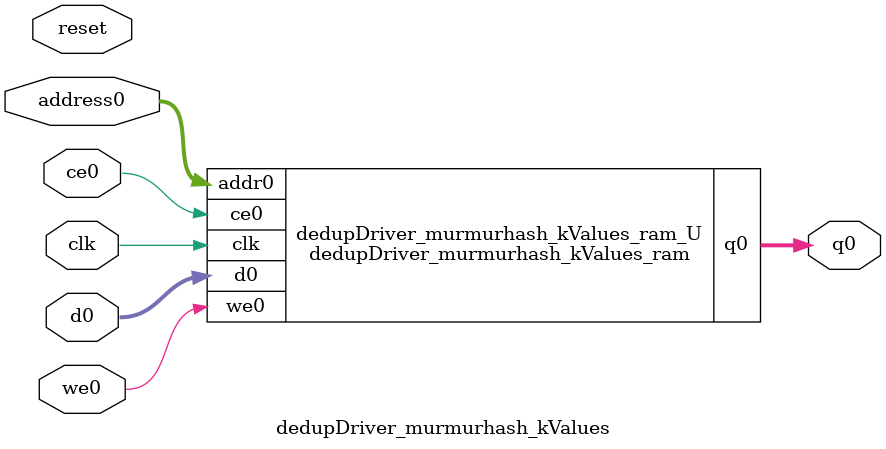
<source format=v>

`timescale 1 ns / 1 ps
module dedupDriver_murmurhash_kValues_ram (addr0, ce0, d0, we0, q0,  clk);

parameter DWIDTH = 32;
parameter AWIDTH = 11;
parameter MEM_SIZE = 2048;

input[AWIDTH-1:0] addr0;
input ce0;
input[DWIDTH-1:0] d0;
input we0;
output reg[DWIDTH-1:0] q0;
input clk;

(* ram_style = "block" *)reg [DWIDTH-1:0] ram[MEM_SIZE-1:0];




always @(posedge clk)  
begin 
    if (ce0) 
    begin
        if (we0) 
        begin 
            ram[addr0] <= d0; 
            q0 <= d0;
        end 
        else 
            q0 <= ram[addr0];
    end
end


endmodule


`timescale 1 ns / 1 ps
module dedupDriver_murmurhash_kValues(
    reset,
    clk,
    address0,
    ce0,
    we0,
    d0,
    q0);

parameter DataWidth = 32'd32;
parameter AddressRange = 32'd2048;
parameter AddressWidth = 32'd11;
input reset;
input clk;
input[AddressWidth - 1:0] address0;
input ce0;
input we0;
input[DataWidth - 1:0] d0;
output[DataWidth - 1:0] q0;



dedupDriver_murmurhash_kValues_ram dedupDriver_murmurhash_kValues_ram_U(
    .clk( clk ),
    .addr0( address0 ),
    .ce0( ce0 ),
    .d0( d0 ),
    .we0( we0 ),
    .q0( q0 ));

endmodule


</source>
